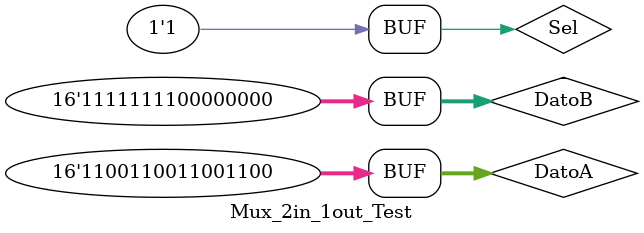
<source format=v>
`timescale 1ns / 1ps


module Mux_2in_1out_Test;

	// Inputs
	reg [15:0] DatoA;
	reg [15:0] DatoB;
	reg Sel;

	// Outputs
	wire [15:0] Salida;

	// Instantiate the Unit Under Test (UUT)
	Multiplexor_2in_1out uut (
		.DatoA(DatoA), 
		.DatoB(DatoB), 
		.Sel(Sel), 
		.Salida(Salida)
	);

	initial begin
		// Initialize Inputs
		DatoA = 'b1100110011001100;
		DatoB = 'b1111111100000000;
		Sel = 0;
	
		// Wait 100 ns for global reset to finish
		#500;
        
		// Add stimulus here
		
		Sel = 1;
	end
      
endmodule


</source>
